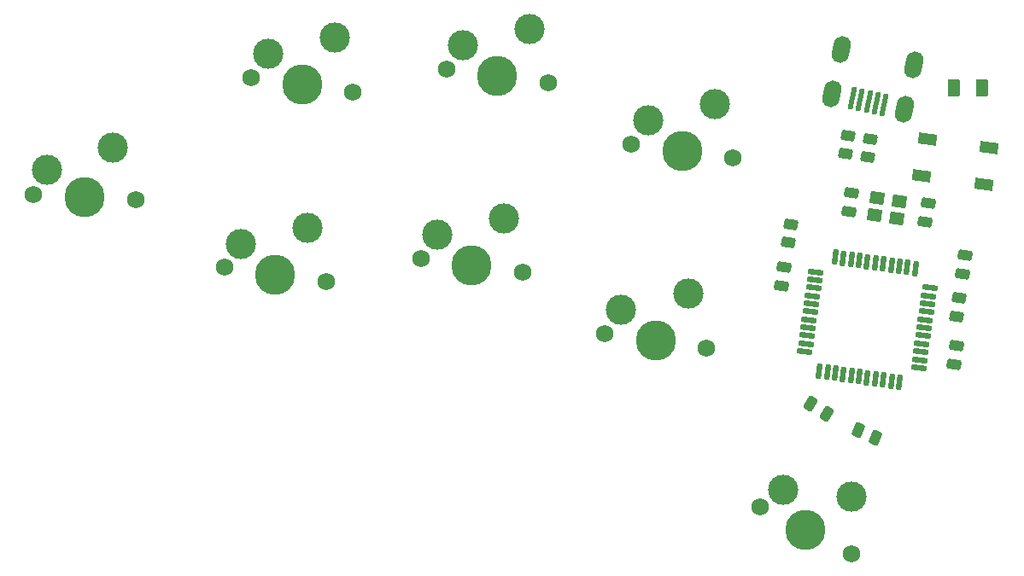
<source format=gts>
%TF.GenerationSoftware,KiCad,Pcbnew,(7.0.0)*%
%TF.CreationDate,2023-03-16T17:08:34-03:00*%
%TF.ProjectId,TCC-PCB,5443432d-5043-4422-9e6b-696361645f70,rev?*%
%TF.SameCoordinates,Original*%
%TF.FileFunction,Soldermask,Top*%
%TF.FilePolarity,Negative*%
%FSLAX46Y46*%
G04 Gerber Fmt 4.6, Leading zero omitted, Abs format (unit mm)*
G04 Created by KiCad (PCBNEW (7.0.0)) date 2023-03-16 17:08:34*
%MOMM*%
%LPD*%
G01*
G04 APERTURE LIST*
G04 Aperture macros list*
%AMRoundRect*
0 Rectangle with rounded corners*
0 $1 Rounding radius*
0 $2 $3 $4 $5 $6 $7 $8 $9 X,Y pos of 4 corners*
0 Add a 4 corners polygon primitive as box body*
4,1,4,$2,$3,$4,$5,$6,$7,$8,$9,$2,$3,0*
0 Add four circle primitives for the rounded corners*
1,1,$1+$1,$2,$3*
1,1,$1+$1,$4,$5*
1,1,$1+$1,$6,$7*
1,1,$1+$1,$8,$9*
0 Add four rect primitives between the rounded corners*
20,1,$1+$1,$2,$3,$4,$5,0*
20,1,$1+$1,$4,$5,$6,$7,0*
20,1,$1+$1,$6,$7,$8,$9,0*
20,1,$1+$1,$8,$9,$2,$3,0*%
%AMHorizOval*
0 Thick line with rounded ends*
0 $1 width*
0 $2 $3 position (X,Y) of the first rounded end (center of the circle)*
0 $4 $5 position (X,Y) of the second rounded end (center of the circle)*
0 Add line between two ends*
20,1,$1,$2,$3,$4,$5,0*
0 Add two circle primitives to create the rounded ends*
1,1,$1,$2,$3*
1,1,$1,$4,$5*%
%AMRotRect*
0 Rectangle, with rotation*
0 The origin of the aperture is its center*
0 $1 length*
0 $2 width*
0 $3 Rotation angle, in degrees counterclockwise*
0 Add horizontal line*
21,1,$1,$2,0,0,$3*%
G04 Aperture macros list end*
%ADD10RoundRect,0.250000X0.409088X-0.322573X0.482154X0.197317X-0.409088X0.322573X-0.482154X-0.197317X0*%
%ADD11RoundRect,0.250000X0.463724X0.270343X0.039700X0.535303X-0.463724X-0.270343X-0.039700X-0.535303X0*%
%ADD12RotRect,2.250000X0.500000X258.000000*%
%ADD13HorizOval,1.700000X-0.103956X-0.489074X0.103956X0.489074X0*%
%ADD14RoundRect,0.250000X-0.435584X0.313674X-0.505171X-0.181460X0.435584X-0.313674X0.505171X0.181460X0*%
%ADD15RoundRect,0.250000X0.435584X-0.313674X0.505171X0.181460X-0.435584X0.313674X-0.505171X-0.181460X0*%
%ADD16C,1.750000*%
%ADD17C,3.000000*%
%ADD18C,3.987800*%
%ADD19RoundRect,0.250000X-0.409734X-0.346761X0.053858X-0.534064X0.409734X0.346761X-0.053858X0.534064X0*%
%ADD20RoundRect,0.250000X-0.375000X-0.625000X0.375000X-0.625000X0.375000X0.625000X-0.375000X0.625000X0*%
%ADD21RoundRect,0.250000X-0.409088X0.322573X-0.482154X-0.197317X0.409088X-0.322573X0.482154X0.197317X0*%
%ADD22RotRect,1.800000X1.100000X352.000000*%
%ADD23RotRect,1.500000X0.550000X172.000000*%
%ADD24RotRect,1.500000X0.550000X262.000000*%
%ADD25RotRect,1.400000X1.200000X352.000000*%
G04 APERTURE END LIST*
D10*
%TO.C,R4*%
X176920000Y-90002500D03*
X177173990Y-88195260D03*
%TD*%
D11*
%TO.C,C7*%
X180730000Y-107022500D03*
X179118708Y-106015654D03*
%TD*%
D10*
%TO.C,R1*%
X193540000Y-97332500D03*
X193793990Y-95525260D03*
%TD*%
D12*
%TO.C,USB1*%
X183244724Y-75680962D03*
X184027242Y-75847292D03*
X184809760Y-76013621D03*
X185592278Y-76179951D03*
X186374797Y-76346280D03*
D13*
X189315602Y-72370835D03*
X182175124Y-70853079D03*
X188379999Y-76772499D03*
X181239522Y-75254744D03*
%TD*%
D14*
%TO.C,C4*%
X194444428Y-91240990D03*
X194180000Y-93122500D03*
%TD*%
D15*
%TO.C,C1*%
X182926130Y-86952820D03*
X183190558Y-85071310D03*
%TD*%
%TO.C,C5*%
X176190000Y-94342500D03*
X176454428Y-92460990D03*
%TD*%
D16*
%TO.C,MX5*%
X143004442Y-72775631D03*
D17*
X144615582Y-70437100D03*
D18*
X148035004Y-73482630D03*
D17*
X151257284Y-68805568D03*
D16*
X153065566Y-74189629D03*
%TD*%
%TO.C,MX4*%
X140459405Y-91580558D03*
D17*
X142070545Y-89242027D03*
D18*
X145489967Y-92287557D03*
D17*
X148712247Y-87610495D03*
D16*
X150520529Y-92994556D03*
%TD*%
%TO.C,MX8*%
X174083784Y-116259811D03*
D17*
X176368498Y-114573223D03*
D18*
X178610097Y-118566083D03*
D17*
X183179525Y-115192906D03*
D16*
X183136410Y-120872355D03*
%TD*%
%TO.C,MX6*%
X158718797Y-99054704D03*
D17*
X160329937Y-96716173D03*
D18*
X163749359Y-99761703D03*
D17*
X166971639Y-95084641D03*
D16*
X168779921Y-100468702D03*
%TD*%
D19*
%TO.C,C6*%
X183788350Y-108660748D03*
X185550000Y-109372500D03*
%TD*%
D20*
%TO.C,F1*%
X193330000Y-74642500D03*
X196130000Y-74642500D03*
%TD*%
D21*
%TO.C,R3*%
X184996995Y-79738880D03*
X184743005Y-81546120D03*
%TD*%
%TO.C,R2*%
X182816995Y-79378880D03*
X182563005Y-81186120D03*
%TD*%
D22*
%TO.C,SW1*%
X196269661Y-84255373D03*
X190644939Y-79728507D03*
X196784601Y-80591381D03*
X190129999Y-83392499D03*
%TD*%
D16*
%TO.C,MX1*%
X102031262Y-85279120D03*
D17*
X103432455Y-82809068D03*
D18*
X107104300Y-85544987D03*
D17*
X109906686Y-80604882D03*
D16*
X112177338Y-85810854D03*
%TD*%
D15*
%TO.C,C3*%
X193297786Y-102123255D03*
X193562214Y-100241745D03*
%TD*%
D16*
%TO.C,MX3*%
X123671798Y-73648751D03*
D17*
X125282938Y-71310220D03*
D18*
X128702360Y-74355750D03*
D17*
X131924640Y-69678688D03*
D16*
X133732922Y-75062749D03*
%TD*%
%TO.C,MX2*%
X121003974Y-92497075D03*
D17*
X122615114Y-90158544D03*
D18*
X126034536Y-93204074D03*
D17*
X129256816Y-88527012D03*
D16*
X131065098Y-93911073D03*
%TD*%
%TO.C,MX7*%
X161349438Y-80245501D03*
D17*
X162960578Y-77906970D03*
D18*
X166380000Y-80952500D03*
D17*
X169602280Y-76275438D03*
D16*
X171410562Y-81659499D03*
%TD*%
D23*
%TO.C,U1*%
X189802194Y-102439022D03*
X189913532Y-101646807D03*
X190024871Y-100854593D03*
X190136209Y-100062379D03*
X190247548Y-99270164D03*
X190358886Y-98477950D03*
X190470224Y-97685735D03*
X190581563Y-96893521D03*
X190692901Y-96101306D03*
X190804240Y-95309092D03*
X190915578Y-94516877D03*
D24*
X189468717Y-92596827D03*
X188676502Y-92485489D03*
X187884288Y-92374150D03*
X187092074Y-92262812D03*
X186299859Y-92151473D03*
X185507645Y-92040135D03*
X184715430Y-91928797D03*
X183923216Y-91817458D03*
X183131001Y-91706120D03*
X182338787Y-91594781D03*
X181546572Y-91483443D03*
D23*
X179626522Y-92930304D03*
X179515184Y-93722519D03*
X179403845Y-94514733D03*
X179292507Y-95306947D03*
X179181168Y-96099162D03*
X179069830Y-96891376D03*
X178958492Y-97683591D03*
X178847153Y-98475805D03*
X178735815Y-99268020D03*
X178624476Y-100060234D03*
X178513138Y-100852449D03*
D24*
X179959999Y-102772499D03*
X180752214Y-102883837D03*
X181544428Y-102995176D03*
X182336642Y-103106514D03*
X183128857Y-103217853D03*
X183921071Y-103329191D03*
X184713286Y-103440529D03*
X185505500Y-103551868D03*
X186297715Y-103663206D03*
X187089929Y-103774545D03*
X187882144Y-103885883D03*
%TD*%
D15*
%TO.C,C2*%
X190471972Y-88013319D03*
X190736400Y-86131809D03*
%TD*%
D25*
%TO.C,Y1*%
X185441409Y-87306318D03*
X187619999Y-87612499D03*
X187856593Y-85929044D03*
X185678003Y-85622863D03*
%TD*%
M02*

</source>
